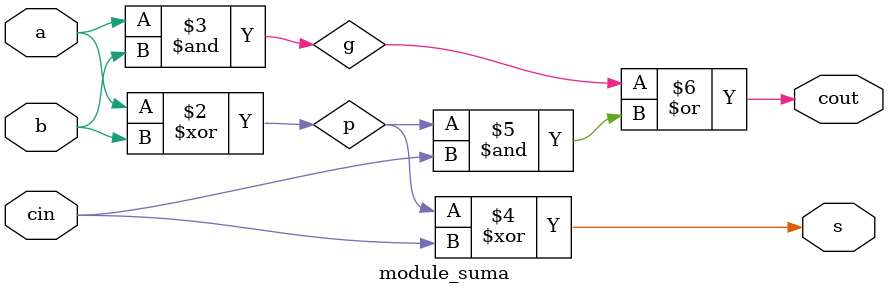
<source format=sv>
module module_suma (
    input a,b,cin,
    output reg s,cout);

    reg p,g;

    always @(*)begin
        p = a ^ b;
        g = a & b;
        s = p ^ cin;
        cout = g |(p & cin);
    end
endmodule
</source>
